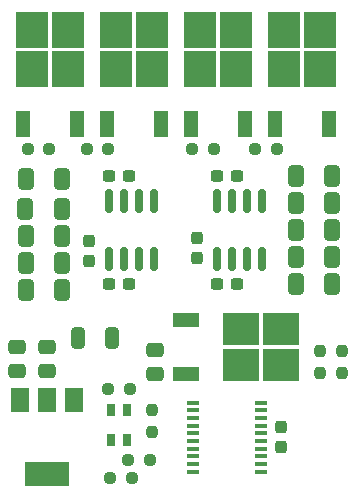
<source format=gtp>
%TF.GenerationSoftware,KiCad,Pcbnew,(6.0.0)*%
%TF.CreationDate,2022-04-01T00:42:52-07:00*%
%TF.ProjectId,motor-controller,6d6f746f-722d-4636-9f6e-74726f6c6c65,rev?*%
%TF.SameCoordinates,Original*%
%TF.FileFunction,Paste,Top*%
%TF.FilePolarity,Positive*%
%FSLAX46Y46*%
G04 Gerber Fmt 4.6, Leading zero omitted, Abs format (unit mm)*
G04 Created by KiCad (PCBNEW (6.0.0)) date 2022-04-01 00:42:52*
%MOMM*%
%LPD*%
G01*
G04 APERTURE LIST*
G04 Aperture macros list*
%AMRoundRect*
0 Rectangle with rounded corners*
0 $1 Rounding radius*
0 $2 $3 $4 $5 $6 $7 $8 $9 X,Y pos of 4 corners*
0 Add a 4 corners polygon primitive as box body*
4,1,4,$2,$3,$4,$5,$6,$7,$8,$9,$2,$3,0*
0 Add four circle primitives for the rounded corners*
1,1,$1+$1,$2,$3*
1,1,$1+$1,$4,$5*
1,1,$1+$1,$6,$7*
1,1,$1+$1,$8,$9*
0 Add four rect primitives between the rounded corners*
20,1,$1+$1,$2,$3,$4,$5,0*
20,1,$1+$1,$4,$5,$6,$7,0*
20,1,$1+$1,$6,$7,$8,$9,0*
20,1,$1+$1,$8,$9,$2,$3,0*%
G04 Aperture macros list end*
%ADD10R,1.000000X0.400000*%
%ADD11RoundRect,0.150000X0.150000X-0.825000X0.150000X0.825000X-0.150000X0.825000X-0.150000X-0.825000X0*%
%ADD12RoundRect,0.237500X0.250000X0.237500X-0.250000X0.237500X-0.250000X-0.237500X0.250000X-0.237500X0*%
%ADD13RoundRect,0.237500X-0.250000X-0.237500X0.250000X-0.237500X0.250000X0.237500X-0.250000X0.237500X0*%
%ADD14R,2.750000X3.050000*%
%ADD15R,1.200000X2.200000*%
%ADD16RoundRect,0.237500X-0.237500X0.287500X-0.237500X-0.287500X0.237500X-0.287500X0.237500X0.287500X0*%
%ADD17RoundRect,0.250000X-0.412500X-0.650000X0.412500X-0.650000X0.412500X0.650000X-0.412500X0.650000X0*%
%ADD18RoundRect,0.237500X-0.300000X-0.237500X0.300000X-0.237500X0.300000X0.237500X-0.300000X0.237500X0*%
%ADD19RoundRect,0.250000X0.412500X0.650000X-0.412500X0.650000X-0.412500X-0.650000X0.412500X-0.650000X0*%
%ADD20RoundRect,0.237500X-0.237500X0.250000X-0.237500X-0.250000X0.237500X-0.250000X0.237500X0.250000X0*%
%ADD21RoundRect,0.237500X0.237500X-0.300000X0.237500X0.300000X-0.237500X0.300000X-0.237500X-0.300000X0*%
%ADD22R,3.050000X2.750000*%
%ADD23R,2.200000X1.200000*%
%ADD24RoundRect,0.237500X0.237500X-0.250000X0.237500X0.250000X-0.237500X0.250000X-0.237500X-0.250000X0*%
%ADD25R,1.500000X2.000000*%
%ADD26R,3.800000X2.000000*%
%ADD27RoundRect,0.250000X0.475000X-0.337500X0.475000X0.337500X-0.475000X0.337500X-0.475000X-0.337500X0*%
%ADD28RoundRect,0.250000X-0.325000X-0.650000X0.325000X-0.650000X0.325000X0.650000X-0.325000X0.650000X0*%
%ADD29R,0.800000X1.000000*%
G04 APERTURE END LIST*
D10*
%TO.C,U4*%
X164444000Y-176661000D03*
X164444000Y-176011000D03*
X164444000Y-175361000D03*
X164444000Y-174711000D03*
X164444000Y-174061000D03*
X164444000Y-173411000D03*
X164444000Y-172761000D03*
X164444000Y-172111000D03*
X164444000Y-171461000D03*
X164444000Y-170811000D03*
X158644000Y-170811000D03*
X158644000Y-171461000D03*
X158644000Y-172111000D03*
X158644000Y-172761000D03*
X158644000Y-173411000D03*
X158644000Y-174061000D03*
X158644000Y-174711000D03*
X158644000Y-175361000D03*
X158644000Y-176011000D03*
X158644000Y-176661000D03*
%TD*%
D11*
%TO.C,U2*%
X160655000Y-153735000D03*
X161925000Y-153735000D03*
X163195000Y-153735000D03*
X164465000Y-153735000D03*
X164465000Y-158685000D03*
X163195000Y-158685000D03*
X161925000Y-158685000D03*
X160655000Y-158685000D03*
%TD*%
%TO.C,U1*%
X151511000Y-153735000D03*
X152781000Y-153735000D03*
X154051000Y-153735000D03*
X155321000Y-153735000D03*
X155321000Y-158685000D03*
X154051000Y-158685000D03*
X152781000Y-158685000D03*
X151511000Y-158685000D03*
%TD*%
D12*
%TO.C,R4*%
X158599500Y-149342178D03*
X160424500Y-149342178D03*
%TD*%
D13*
%TO.C,R3*%
X165758500Y-149342178D03*
X163933500Y-149342178D03*
%TD*%
%TO.C,R2*%
X151485524Y-149342178D03*
X149660524Y-149342178D03*
%TD*%
D12*
%TO.C,R1*%
X144684024Y-149342178D03*
X146509024Y-149342178D03*
%TD*%
D14*
%TO.C,Q4*%
X162307000Y-142577000D03*
X159257000Y-139227000D03*
X159257000Y-142577000D03*
X162307000Y-139227000D03*
D15*
X163062000Y-147202000D03*
X158502000Y-147202000D03*
%TD*%
D14*
%TO.C,Q3*%
X169419000Y-142577000D03*
X166369000Y-139227000D03*
X166369000Y-142577000D03*
X169419000Y-139227000D03*
D15*
X170174000Y-147202000D03*
X165614000Y-147202000D03*
%TD*%
D14*
%TO.C,Q2*%
X155195000Y-142577000D03*
X152145000Y-139227000D03*
X152145000Y-142577000D03*
X155195000Y-139227000D03*
D15*
X155950000Y-147202000D03*
X151390000Y-147202000D03*
%TD*%
D14*
%TO.C,Q1*%
X148083000Y-142577000D03*
X145033000Y-139227000D03*
X145033000Y-142577000D03*
X148083000Y-139227000D03*
D15*
X148838000Y-147202000D03*
X144278000Y-147202000D03*
%TD*%
D16*
%TO.C,D2*%
X159004000Y-156859000D03*
X159004000Y-158609000D03*
%TD*%
%TO.C,D1*%
X149860000Y-158863000D03*
X149860000Y-157113000D03*
%TD*%
D17*
%TO.C,C18*%
X170472500Y-156210000D03*
X167347500Y-156210000D03*
%TD*%
D18*
%TO.C,C17*%
X162406500Y-160782000D03*
X160681500Y-160782000D03*
%TD*%
D17*
%TO.C,C16*%
X170472500Y-158496000D03*
X167347500Y-158496000D03*
%TD*%
D19*
%TO.C,C15*%
X144487500Y-156718000D03*
X147612500Y-156718000D03*
%TD*%
%TO.C,C14*%
X144487500Y-151892000D03*
X147612500Y-151892000D03*
%TD*%
D18*
%TO.C,C9*%
X162406500Y-151638000D03*
X160681500Y-151638000D03*
%TD*%
D19*
%TO.C,C8*%
X144487500Y-159004000D03*
X147612500Y-159004000D03*
%TD*%
%TO.C,C7*%
X144487500Y-161290000D03*
X147612500Y-161290000D03*
%TD*%
D17*
%TO.C,C6*%
X167347500Y-160782000D03*
X170472500Y-160782000D03*
%TD*%
%TO.C,C5*%
X170472500Y-153924000D03*
X167347500Y-153924000D03*
%TD*%
%TO.C,C4*%
X170472500Y-151638000D03*
X167347500Y-151638000D03*
%TD*%
D19*
%TO.C,C3*%
X144431500Y-154388000D03*
X147556500Y-154388000D03*
%TD*%
D18*
%TO.C,C2*%
X153262500Y-151638000D03*
X151537500Y-151638000D03*
%TD*%
%TO.C,C1*%
X153262500Y-160782000D03*
X151537500Y-160782000D03*
%TD*%
D20*
%TO.C,R9*%
X155181035Y-171452651D03*
X155181035Y-173277651D03*
%TD*%
D21*
%TO.C,C12*%
X166116000Y-174598500D03*
X166116000Y-172873500D03*
%TD*%
D22*
%TO.C,U6*%
X162731000Y-167641000D03*
X162731000Y-164591000D03*
X166081000Y-167641000D03*
X166081000Y-164591000D03*
D23*
X158106000Y-163836000D03*
X158106000Y-168396000D03*
%TD*%
D13*
%TO.C,R10*%
X151636775Y-177223938D03*
X153461775Y-177223938D03*
%TD*%
D24*
%TO.C,R13*%
X171241409Y-168298500D03*
X171241409Y-166473500D03*
%TD*%
D13*
%TO.C,R11*%
X153158602Y-175709463D03*
X154983602Y-175709463D03*
%TD*%
D25*
%TO.C,U5*%
X148604000Y-170586000D03*
X146304000Y-170586000D03*
X144004000Y-170586000D03*
D26*
X146304000Y-176886000D03*
%TD*%
D20*
%TO.C,R12*%
X169418000Y-166473500D03*
X169418000Y-168298500D03*
%TD*%
D27*
%TO.C,C13*%
X146304000Y-168169500D03*
X146304000Y-166094500D03*
%TD*%
D28*
%TO.C,C19*%
X148893000Y-165354000D03*
X151843000Y-165354000D03*
%TD*%
D27*
%TO.C,C10*%
X155448000Y-168423500D03*
X155448000Y-166348500D03*
%TD*%
D29*
%TO.C,D3*%
X153100000Y-171470000D03*
X151700000Y-171470000D03*
X151700000Y-173970000D03*
X153100000Y-173970000D03*
%TD*%
D12*
%TO.C,R14*%
X153312500Y-169672000D03*
X151487500Y-169672000D03*
%TD*%
D27*
%TO.C,C11*%
X143764000Y-166094500D03*
X143764000Y-168169500D03*
%TD*%
M02*

</source>
